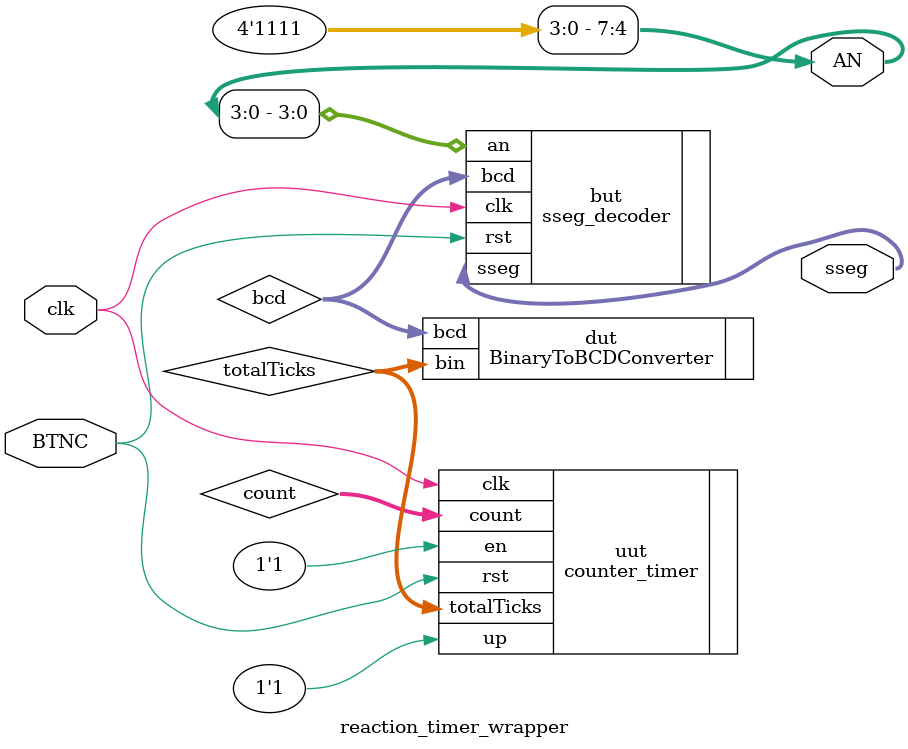
<source format=sv>
`timescale 1ns / 1ps


module reaction_timer_wrapper(
    input clk,
    input BTNC,
    output [7:0] sseg,
    output [7:0] AN
    );
    
    assign AN[7:4] = 4'b1111;
    
    logic [9:0] totalTicks;
    logic [31:0] count;
    logic [11:0] bcd;
    
    counter_timer uut(
        .clk(clk),
        .rst(BTNC),
        .up(1'b1),
        .en(1'b1),
        .totalTicks(totalTicks),
        .count(count)
    );
    
    BinaryToBCDConverter dut(
        .bin(totalTicks),
        .bcd(bcd)
    );
    
    sseg_decoder but(
        .clk(clk),
        .rst(BTNC),
        .bcd(bcd),
        .sseg(sseg),
        .an(AN[3:0])
    );
    
endmodule

</source>
